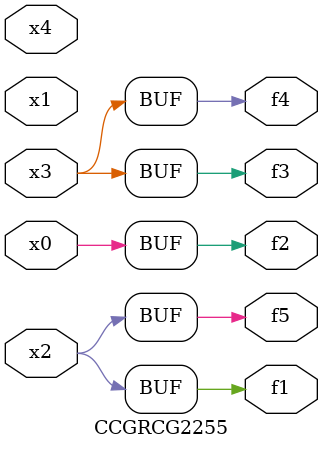
<source format=v>
module CCGRCG2255(
	input x0, x1, x2, x3, x4,
	output f1, f2, f3, f4, f5
);
	assign f1 = x2;
	assign f2 = x0;
	assign f3 = x3;
	assign f4 = x3;
	assign f5 = x2;
endmodule

</source>
